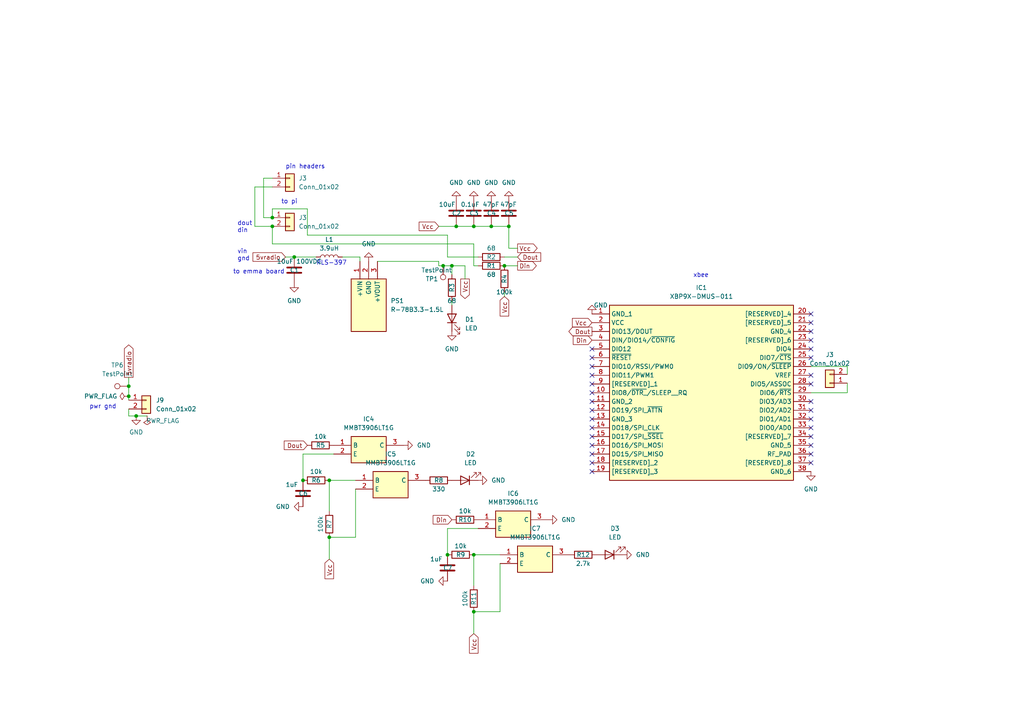
<source format=kicad_sch>
(kicad_sch (version 20230121) (generator eeschema)
  (paper "A4")
  (lib_symbols
    (symbol "Connector:TestPoint" (pin_numbers hide) (pin_names (offset 0.762) hide)
      (property "Reference" "TP" (at 0 6.858 0))
      (property "Value" "TestPoint" (at 0 5.08 0))
      (symbol "TestPoint_0_1"
        (circle (center 0 3.302) (radius 0.762))
      )
      (symbol "TestPoint_1_1"
        (pin passive line (at 0 0 90) (length 2.54) (name "1") (number "1"))
      )
    )
    (symbol "Connector_Generic:Conn_01x02" (pin_names (offset 1.016) hide)
      (property "Reference" "J" (at 0 2.54 0))
      (property "Value" "Conn_01x02" (at 0 -5.08 0))
      (symbol "Conn_01x02_1_1"
        (rectangle (start -1.27 -2.413) (end 0 -2.667) (stroke (width 0.1524)))
        (rectangle (start -1.27 0.127) (end 0 -0.127) (stroke (width 0.1524)))
        (rectangle (start -1.27 1.27) (end 1.27 -3.81) (stroke (width 0.254)) (fill (type background)))
        (pin passive line (at -5.08 0 0) (length 3.81) (name "Pin_1") (number "1"))
        (pin passive line (at -5.08 -2.54 0) (length 3.81) (name "Pin_2") (number "2"))
      )
    )
    (symbol "Device:C" (pin_numbers hide) (pin_names (offset 0.254))
      (property "Reference" "C" (at 0.635 2.54 0))
      (property "Value" "C" (at 0.635 -2.54 0))
      (symbol "C_0_1"
        (polyline (pts (xy -2.032 -0.762) (xy 2.032 -0.762)) (stroke (width 0.508)))
        (polyline (pts (xy -2.032 0.762) (xy 2.032 0.762)) (stroke (width 0.508)))
      )
      (symbol "C_1_1"
        (pin passive line (at 0 3.81 270) (length 2.794) (name "~") (number "1"))
        (pin passive line (at 0 -3.81 90) (length 2.794) (name "~") (number "2"))
      )
    )
    (symbol "Device:L" (pin_numbers hide) (pin_names (offset 1.016) hide)
      (property "Reference" "L" (at -1.27 0 90))
      (property "Value" "L" (at 1.905 0 90))
      (symbol "L_0_1"
        (arc (start 0 -2.54) (mid 0.6323 -1.905) (end 0 -1.27))
        (arc (start 0 -1.27) (mid 0.6323 -0.635) (end 0 0))
        (arc (start 0 0) (mid 0.6323 0.635) (end 0 1.27))
        (arc (start 0 1.27) (mid 0.6323 1.905) (end 0 2.54))
      )
      (symbol "L_1_1"
        (pin passive line (at 0 3.81 270) (length 1.27) (name "1") (number "1"))
        (pin passive line (at 0 -3.81 90) (length 1.27) (name "2") (number "2"))
      )
    )
    (symbol "Device:LED" (pin_numbers hide) (pin_names (offset 1.016) hide)
      (property "Reference" "D" (at 0 2.54 0))
      (property "Value" "LED" (at 0 -2.54 0))
      (symbol "LED_0_1"
        (polyline (pts (xy -1.27 -1.27) (xy -1.27 1.27)) (stroke (width 0.254)))
        (polyline (pts (xy -1.27 0) (xy 1.27 0)))
        (polyline (pts (xy 1.27 -1.27) (xy 1.27 1.27) (xy -1.27 0) (xy 1.27 -1.27)) (stroke (width 0.254)))
        (polyline (pts (xy -3.048 -0.762) (xy -4.572 -2.286) (xy -3.81 -2.286) (xy -4.572 -2.286) (xy -4.572 -1.524)))
        (polyline (pts (xy -1.778 -0.762) (xy -3.302 -2.286) (xy -2.54 -2.286) (xy -3.302 -2.286) (xy -3.302 -1.524)))
      )
      (symbol "LED_1_1"
        (pin passive line (at -3.81 0 0) (length 2.54) (name "K") (number "1"))
        (pin passive line (at 3.81 0 180) (length 2.54) (name "A") (number "2"))
      )
    )
    (symbol "Device:R" (pin_numbers hide) (pin_names (offset 0))
      (property "Reference" "R" (at 2.032 0 90))
      (property "Value" "R" (at 0 0 90))
      (symbol "R_0_1"
        (rectangle (start -1.016 -2.54) (end 1.016 2.54) (stroke (width 0.254)))
      )
      (symbol "R_1_1"
        (pin passive line (at 0 3.81 270) (length 1.27) (name "~") (number "1"))
        (pin passive line (at 0 -3.81 90) (length 1.27) (name "~") (number "2"))
      )
    )
    (symbol "power:GND" (power) (pin_names (offset 0))
      (property "Value" "GND" (at 0 -3.81 0))
      (symbol "GND_0_1"
        (polyline (pts (xy 0 0) (xy 0 -1.27) (xy 1.27 -1.27) (xy 0 -2.54) (xy -1.27 -1.27) (xy 0 -1.27)))
      )
      (symbol "GND_1_1"
        (pin power_in line (at 0 0 270) (length 0) hide (name "GND") (number "1"))
      )
    )
    (symbol "power:PWR_FLAG" (power) (pin_numbers hide) (pin_names (offset 0) hide)
      (property "Value" "PWR_FLAG" (at 0 3.81 0))
      (symbol "PWR_FLAG_0_0"
        (pin power_out line (at 0 0 90) (length 0) (name "pwr") (number "1"))
      )
      (symbol "PWR_FLAG_0_1"
        (polyline (pts (xy 0 0) (xy 0 1.27) (xy -1.016 1.905) (xy 0 2.54) (xy 1.016 1.905) (xy 0 1.27)))
      )
    )
    (symbol "radio_module_symbols:MMBT3906LT1G"
      (property "Reference" "IC" (at 16.51 7.62 0))
      (property "Value" "MMBT3906LT1G" (at 16.51 5.08 0))
      (symbol "MMBT3906LT1G_1_1"
        (rectangle (start 5.08 2.54) (end 15.24 -5.08) (stroke (width 0.254)) (fill (type background)))
        (pin passive line (at 0 0 0) (length 5.08) (name "B") (number "1"))
        (pin passive line (at 0 -2.54 0) (length 5.08) (name "E") (number "2"))
        (pin passive line (at 20.32 0 180) (length 5.08) (name "C") (number "3"))
      )
    )
    (symbol "radio_module_symbols:R-78B3.3-1.5L"
      (property "Reference" "PS" (at 21.59 7.62 0))
      (property "Value" "R-78B3.3-1.5L" (at 21.59 5.08 0))
      (symbol "R-78B3.3-1.5L_1_1"
        (rectangle (start 5.08 2.54) (end 20.32 -7.62) (stroke (width 0.254)) (fill (type background)))
        (pin passive line (at 0 -5.08 0) (length 5.08) (name "+VIN") (number "1"))
        (pin passive line (at 0 -2.54 0) (length 5.08) (name "GND") (number "2"))
        (pin passive line (at 0 0 0) (length 5.08) (name "+VOUT") (number "3"))
      )
    )
    (symbol "radio_module_symbols:XBP9X-DMUS-011"
      (property "Reference" "IC" (at 59.69 7.62 0))
      (property "Value" "XBP9X-DMUS-011" (at 59.69 5.08 0))
      (symbol "XBP9X-DMUS-011_1_1"
        (rectangle (start 5.08 2.54) (end 58.42 -48.26) (stroke (width 0.254)) (fill (type background)))
        (pin passive line (at 0 0 0) (length 5.08) (name "GND_1") (number "1"))
        (pin passive line (at 0 -22.86 0) (length 5.08) (name "DIO8/~{DTR_}/SLEEP__RQ") (number "10"))
        (pin passive line (at 0 -25.4 0) (length 5.08) (name "GND_2") (number "11"))
        (pin passive line (at 0 -27.94 0) (length 5.08) (name "DO19/SPI_~{ATTN}") (number "12"))
        (pin passive line (at 0 -30.48 0) (length 5.08) (name "GND_3") (number "13"))
        (pin passive line (at 0 -33.02 0) (length 5.08) (name "DO18/SPI_CLK") (number "14"))
        (pin passive line (at 0 -35.56 0) (length 5.08) (name "DO17/SPI_~{SSEL}") (number "15"))
        (pin passive line (at 0 -38.1 0) (length 5.08) (name "DO16/SPI_MOSI") (number "16"))
        (pin passive line (at 0 -40.64 0) (length 5.08) (name "DO15/SPI_MISO") (number "17"))
        (pin passive line (at 0 -43.18 0) (length 5.08) (name "[RESERVED]_2") (number "18"))
        (pin passive line (at 0 -45.72 0) (length 5.08) (name "[RESERVED]_3") (number "19"))
        (pin passive line (at 0 -2.54 0) (length 5.08) (name "VCC") (number "2"))
        (pin passive line (at 63.5 0 180) (length 5.08) (name "[RESERVED]_4") (number "20"))
        (pin passive line (at 63.5 -2.54 180) (length 5.08) (name "[RESERVED]_5") (number "21"))
        (pin passive line (at 63.5 -5.08 180) (length 5.08) (name "GND_4") (number "22"))
        (pin passive line (at 63.5 -7.62 180) (length 5.08) (name "[RESERVED]_6") (number "23"))
        (pin passive line (at 63.5 -10.16 180) (length 5.08) (name "DIO4") (number "24"))
        (pin passive line (at 63.5 -12.7 180) (length 5.08) (name "DIO7/~{CTS}") (number "25"))
        (pin passive line (at 63.5 -15.24 180) (length 5.08) (name "DIO9/ON/~{SLEEP}") (number "26"))
        (pin passive line (at 63.5 -17.78 180) (length 5.08) (name "VREF") (number "27"))
        (pin passive line (at 63.5 -20.32 180) (length 5.08) (name "DIO5/ASSOC") (number "28"))
        (pin passive line (at 63.5 -22.86 180) (length 5.08) (name "DIO6/~{RTS}") (number "29"))
        (pin passive line (at 0 -5.08 0) (length 5.08) (name "DIO13/DOUT") (number "3"))
        (pin passive line (at 63.5 -25.4 180) (length 5.08) (name "DIO3/AD3") (number "30"))
        (pin passive line (at 63.5 -27.94 180) (length 5.08) (name "DIO2/AD2") (number "31"))
        (pin passive line (at 63.5 -30.48 180) (length 5.08) (name "DIO1/AD1") (number "32"))
        (pin passive line (at 63.5 -33.02 180) (length 5.08) (name "DIO0/AD0") (number "33"))
        (pin passive line (at 63.5 -35.56 180) (length 5.08) (name "[RESERVED]_7") (number "34"))
        (pin passive line (at 63.5 -38.1 180) (length 5.08) (name "GND_5") (number "35"))
        (pin passive line (at 63.5 -40.64 180) (length 5.08) (name "RF_PAD") (number "36"))
        (pin passive line (at 63.5 -43.18 180) (length 5.08) (name "[RESERVED]_8") (number "37"))
        (pin passive line (at 63.5 -45.72 180) (length 5.08) (name "GND_6") (number "38"))
        (pin passive line (at 0 -7.62 0) (length 5.08) (name "DIN/DIO14/~{CONFIG}") (number "4"))
        (pin passive line (at 0 -10.16 0) (length 5.08) (name "DIO12") (number "5"))
        (pin passive line (at 0 -12.7 0) (length 5.08) (name "~{RESET}") (number "6"))
        (pin passive line (at 0 -15.24 0) (length 5.08) (name "DIO10/RSSI/PWM0") (number "7"))
        (pin passive line (at 0 -17.78 0) (length 5.08) (name "DIO11/PWM1") (number "8"))
        (pin passive line (at 0 -20.32 0) (length 5.08) (name "[RESERVED]_1") (number "9"))
      )
    )
  )
  (junction (at 147.574 65.659))
  (junction (at 129.794 160.909))
  (junction (at 78.994 65.659))
  (junction (at 78.994 63.119))
  (junction (at 95.504 155.829))
  (junction (at 128.524 77.089))
  (junction (at 137.414 65.659))
  (junction (at 137.414 160.909))
  (junction (at 37.338 114.935))
  (junction (at 137.414 177.419))
  (junction (at 37.338 112.014))
  (junction (at 142.494 65.659))
  (junction (at 85.344 74.549))
  (junction (at 87.884 139.319))
  (junction (at 132.334 65.659))
  (junction (at 146.304 77.089))
  (junction (at 131.064 77.089))
  (junction (at 39.497 120.65))
  (junction (at 95.504 139.319))
  (no_connect (at 235.204 101.219))
  (no_connect (at 171.704 126.619))
  (no_connect (at 235.204 108.839))
  (no_connect (at 235.204 96.139))
  (no_connect (at 235.204 103.759))
  (no_connect (at 235.204 134.239))
  (no_connect (at 235.204 91.059))
  (no_connect (at 171.704 116.459))
  (no_connect (at 235.204 124.079))
  (no_connect (at 171.704 101.219))
  (no_connect (at 171.704 118.999))
  (no_connect (at 171.704 113.919))
  (no_connect (at 171.704 121.539))
  (no_connect (at 171.704 131.699))
  (no_connect (at 235.204 98.679))
  (no_connect (at 235.204 131.699))
  (no_connect (at 235.204 126.619))
  (no_connect (at 171.704 124.079))
  (no_connect (at 235.204 116.459))
  (no_connect (at 235.204 118.999))
  (no_connect (at 235.204 129.159))
  (no_connect (at 235.204 121.539))
  (no_connect (at 171.704 108.839))
  (no_connect (at 171.704 136.779))
  (no_connect (at 171.704 111.379))
  (no_connect (at 171.704 106.299))
  (no_connect (at 235.204 93.599))
  (no_connect (at 235.204 111.379))
  (no_connect (at 171.704 103.759))
  (no_connect (at 171.704 134.239))
  (no_connect (at 171.704 129.159))
  (wire (pts (xy 129.794 160.909) (xy 129.794 153.289)))
  (wire (pts (xy 103.124 155.829) (xy 95.504 155.829)))
  (wire (pts (xy 85.344 74.549) (xy 91.694 74.549)))
  (wire (pts (xy 95.504 148.209) (xy 95.504 139.319)))
  (wire (pts (xy 78.994 60.579) (xy 78.994 63.119)))
  (wire (pts (xy 89.154 60.579) (xy 78.994 60.579)))
  (wire (pts (xy 103.124 141.859) (xy 103.124 155.829)))
  (wire (pts (xy 95.504 162.179) (xy 95.504 155.829)))
  (wire (pts (xy 129.794 74.549) (xy 138.684 74.549)))
  (wire (pts (xy 89.154 68.199) (xy 89.154 60.579)))
  (wire (pts (xy 76.454 51.689) (xy 78.994 51.689)))
  (wire (pts (xy 146.304 85.979) (xy 146.304 84.709)))
  (wire (pts (xy 87.884 139.319) (xy 87.884 131.699)))
  (wire (pts (xy 146.304 74.549) (xy 150.114 74.549)))
  (wire (pts (xy 131.064 77.089) (xy 131.064 79.629)))
  (wire (pts (xy 235.204 106.299) (xy 245.745 106.299)))
  (wire (pts (xy 128.524 77.089) (xy 131.064 77.089)))
  (wire (pts (xy 137.414 169.799) (xy 137.414 160.909)))
  (wire (pts (xy 99.314 74.549) (xy 104.394 74.549)))
  (wire (pts (xy 137.414 160.909) (xy 145.034 160.909)))
  (wire (pts (xy 145.034 177.419) (xy 137.414 177.419)))
  (wire (pts (xy 104.394 74.549) (xy 104.394 75.819)))
  (wire (pts (xy 129.794 68.199) (xy 129.794 74.549)))
  (wire (pts (xy 131.064 88.519) (xy 131.064 87.249)))
  (wire (pts (xy 127.254 65.659) (xy 132.334 65.659)))
  (wire (pts (xy 131.064 77.089) (xy 134.874 77.089)))
  (wire (pts (xy 129.794 68.199) (xy 89.154 68.199)))
  (wire (pts (xy 245.745 113.919) (xy 245.745 111.125)))
  (wire (pts (xy 137.414 70.739) (xy 137.414 77.089)))
  (wire (pts (xy 73.914 65.659) (xy 73.914 54.229)))
  (wire (pts (xy 150.114 72.009) (xy 147.574 72.009)))
  (wire (pts (xy 37.338 109.474) (xy 37.338 112.014)))
  (wire (pts (xy 127.254 77.089) (xy 128.524 77.089)))
  (wire (pts (xy 137.414 65.659) (xy 142.494 65.659)))
  (wire (pts (xy 109.474 75.819) (xy 127.254 75.819)))
  (wire (pts (xy 78.994 70.739) (xy 137.414 70.739)))
  (wire (pts (xy 127.254 75.819) (xy 127.254 77.089)))
  (wire (pts (xy 132.334 65.659) (xy 137.414 65.659)))
  (wire (pts (xy 235.204 113.919) (xy 245.745 113.919)))
  (wire (pts (xy 73.914 54.229) (xy 78.994 54.229)))
  (wire (pts (xy 76.454 63.119) (xy 76.454 51.689)))
  (wire (pts (xy 39.497 120.65) (xy 42.672 120.65)))
  (wire (pts (xy 82.804 74.549) (xy 85.344 74.549)))
  (wire (pts (xy 134.874 77.089) (xy 134.874 80.899)))
  (wire (pts (xy 37.338 120.65) (xy 39.497 120.65)))
  (wire (pts (xy 37.338 114.935) (xy 37.338 116.078)))
  (wire (pts (xy 137.414 183.769) (xy 137.414 177.419)))
  (wire (pts (xy 137.414 77.089) (xy 138.684 77.089)))
  (wire (pts (xy 87.884 131.699) (xy 96.774 131.699)))
  (wire (pts (xy 78.994 65.659) (xy 73.914 65.659)))
  (wire (pts (xy 146.304 77.089) (xy 150.114 77.089)))
  (wire (pts (xy 145.034 163.449) (xy 145.034 177.419)))
  (wire (pts (xy 95.504 139.319) (xy 103.124 139.319)))
  (wire (pts (xy 37.338 120.65) (xy 37.338 118.618)))
  (wire (pts (xy 245.745 106.299) (xy 245.745 108.585)))
  (wire (pts (xy 129.794 153.289) (xy 138.684 153.289)))
  (wire (pts (xy 147.574 72.009) (xy 147.574 65.659)))
  (wire (pts (xy 142.494 65.659) (xy 147.574 65.659)))
  (wire (pts (xy 37.338 112.014) (xy 37.338 114.935)))
  (wire (pts (xy 78.994 63.119) (xy 76.454 63.119)))
  (wire (pts (xy 78.994 70.739) (xy 78.994 65.659)))
  (text "to emma board" (at 67.564 79.629 0) (effects (font (size 1.27 1.27)) (justify left bottom)))
  (text "dout\ndin\n\n\nvin\ngnd" (at 68.834 75.819 0) (effects (font (size 1.27 1.27)) (justify left bottom)))
  (text "RLS-397" (at 91.694 77.089 0) (effects (font (size 1.27 1.27)) (justify left bottom)))
  (text "pin headers" (at 82.804 49.149 0) (effects (font (size 1.27 1.27)) (justify left bottom)))
  (text "pwr gnd\n" (at 25.908 118.745 0) (effects (font (size 1.27 1.27)) (justify left bottom)))
  (text "to pi" (at 81.534 59.309 0) (effects (font (size 1.27 1.27)) (justify left bottom)))
  (text "xbee" (at 201.041 80.645 0) (effects (font (size 1.27 1.27)) (justify left bottom)))
  (global_label "Dout" (shape input) (at 150.114 74.549 0) (property "Intersheetrefs" "${INTERSHEET_REFS}" (effects hide)))
  (global_label "Dout" (shape output) (at 171.704 96.139 180) (property "Intersheetrefs" "${INTERSHEET_REFS}" (effects hide)))
  (global_label "Din" (shape input) (at 131.064 150.749 180) (property "Intersheetrefs" "${INTERSHEET_REFS}" (effects hide)))
  (global_label "Vcc" (shape input) (at 171.704 93.599 180) (property "Intersheetrefs" "${INTERSHEET_REFS}" (effects hide)))
  (global_label "5vradio" (shape input) (at 82.804 74.549 180) (property "Intersheetrefs" "${INTERSHEET_REFS}" (effects hide)))
  (global_label "Vcc" (shape input) (at 146.304 85.979 270) (property "Intersheetrefs" "${INTERSHEET_REFS}" (effects hide)))
  (global_label "Din" (shape input) (at 171.704 98.679 180) (property "Intersheetrefs" "${INTERSHEET_REFS}" (effects hide)))
  (global_label "Vcc" (shape input) (at 95.504 162.179 270) (property "Intersheetrefs" "${INTERSHEET_REFS}" (effects hide)))
  (global_label "Vcc" (shape input) (at 137.414 183.769 270) (property "Intersheetrefs" "${INTERSHEET_REFS}" (effects hide)))
  (global_label "Dout" (shape input) (at 89.154 129.159 180) (property "Intersheetrefs" "${INTERSHEET_REFS}" (effects hide)))
  (global_label "Vcc" (shape output) (at 134.874 80.899 270) (property "Intersheetrefs" "${INTERSHEET_REFS}" (effects hide)))
  (global_label "Din" (shape output) (at 150.114 77.089 0) (property "Intersheetrefs" "${INTERSHEET_REFS}" (effects hide)))
  (global_label "Vcc" (shape input) (at 127.254 65.659 180) (property "Intersheetrefs" "${INTERSHEET_REFS}" (effects hide)))
  (global_label "5vradio" (shape output) (at 37.338 109.474 90) (property "Intersheetrefs" "${INTERSHEET_REFS}" (effects hide)))
  (global_label "Vcc" (shape output) (at 150.114 72.009 0) (property "Intersheetrefs" "${INTERSHEET_REFS}" (effects hide)))
  (symbol (lib_id "Device:C") (at 147.574 61.849 0) (unit 1)
    (property "Reference" "C5" (at 146.304 61.849 0) (effects (justify left)))
    (property "Value" "47pF" (at 145.034 59.309 0) (effects (justify left)))
    (property "Footprint" "Capacitor_SMD:C_0603_1608Metric" (effects hide))
    (instances (project "Radio Module" (path "" (reference "C5") (unit 1))) (project "mainbox" (path "" (reference "C29") (unit 1))))
  )
  (symbol (lib_id "power:GND") (at 137.414 58.039 180) (unit 1)
    (property "Reference" "#PWR05" (effects hide))
    (property "Value" "GND" (at 137.414 52.959 0))
    (instances (project "Radio Module" (path "" (reference "#PWR05") (unit 1))) (project "mainbox" (path "" (reference "#PWR091") (unit 1))))
  )
  (symbol (lib_id "Device:R") (at 137.414 173.609 180) (unit 1)
    (property "Reference" "R11" (at 137.414 173.609 90))
    (property "Value" "100k" (at 134.874 173.609 90))
    (property "Footprint" "Resistor_SMD:R_0603_1608Metric" (effects hide))
    (instances (project "Radio Module" (path "" (reference "R11") (unit 1))) (project "mainbox" (path "" (reference "R15") (unit 1))))
  )
  (symbol (lib_id "Connector:TestPoint") (at 37.338 112.014 90) (unit 1)
    (property "Reference" "TP6" (at 34.036 105.918 90))
    (property "Value" "TestPoint" (at 34.036 108.458 90))
    (property "Footprint" "TestPoint:TestPoint_Pad_1.5x1.5mm" (effects hide))
    (instances (project "mainbox" (path "" (reference "TP6") (unit 1)) (path "" (reference "TP10") (unit 1))))
  )
  (symbol (lib_id "Device:R") (at 127.254 139.319 270) (unit 1)
    (property "Reference" "R8" (at 127.254 139.319 90))
    (property "Value" "330" (at 127.254 141.859 90))
    (property "Footprint" "Resistor_SMD:R_1206_3216Metric" (effects hide))
    (instances (project "Radio Module" (path "" (reference "R8") (unit 1))) (project "mainbox" (path "" (reference "R11") (unit 1))))
  )
  (symbol (lib_id "Device:C") (at 87.884 143.129 0) (unit 1)
    (property "Reference" "C6" (at 86.614 143.129 0) (effects (justify left)))
    (property "Value" "1uF" (at 82.804 140.589 0) (effects (justify left)))
    (property "Footprint" "Capacitor_SMD:C_0603_1608Metric" (effects hide))
    (instances (project "Radio Module" (path "" (reference "C6") (unit 1))) (project "mainbox" (path "" (reference "C8") (unit 1))))
  )
  (symbol (lib_id "Device:R") (at 142.494 74.549 90) (unit 1)
    (property "Reference" "R2" (at 142.494 74.549 90))
    (property "Value" "68" (at 142.494 72.009 90))
    (property "Footprint" "Resistor_SMD:R_0603_1608Metric" (effects hide))
    (instances (project "Radio Module" (path "" (reference "R2") (unit 1))) (project "mainbox" (path "" (reference "R16") (unit 1))))
  )
  (symbol (lib_id "power:PWR_FLAG") (at 37.338 114.935 90) (unit 1)
    (property "Reference" "#FLG02" (effects hide))
    (property "Value" "PWR_FLAG" (at 34.036 114.935 90) (effects (justify left)))
    (instances (project "mainbox" (path "" (reference "#FLG02") (unit 1)) (path "" (reference "#FLG03") (unit 1)) (path "" (reference "#FLG07") (unit 1))))
  )
  (symbol (lib_id "radio_module_symbols:MMBT3906LT1G") (at 96.774 129.159 0) (unit 1)
    (property "Reference" "IC4" (at 106.934 121.539 0))
    (property "Value" "MMBT3906LT1G" (at 106.934 124.079 0))
    (property "Footprint" "radio_modulefp:SOT96P237X111-3N" (effects hide))
    (property "Datasheet" "http://www.onsemi.com/pub/Collateral/MMBT3906LT1-D.PDF" (effects hide))
    (property "Height" "1.11" (effects hide))
    (property "Mouser Part Number" "863-MMBT3906LT1G" (effects hide))
    (property "Mouser Price/Stock" "https://www.mouser.co.uk/ProductDetail/onsemi/MMBT3906LT1G?qs=HVbQlW5zcXXO9RcjXx8aQw%3D%3D" (effects hide))
    (property "Manufacturer_Name" "onsemi" (effects hide))
    (property "Manufacturer_Part_Number" "MMBT3906LT1G" (effects hide))
  )
  (symbol (lib_id "Connector_Generic:Conn_01x02") (at 240.665 111.125 180) (unit 1)
    (property "Reference" "J3" (at 240.665 102.87 0))
    (property "Value" "Conn_01x02" (at 240.665 105.41 0))
    (property "Footprint" "Connector_PinHeader_2.54mm:PinHeader_1x02_P2.54mm_Vertical" (effects hide))
    (instances (project "Radio Module" (path "" (reference "J3") (unit 1))) (project "mainbox" (path "" (reference "J9") (unit 1))))
  )
  (symbol (lib_id "Device:C") (at 142.494 61.849 0) (unit 1)
    (property "Reference" "C4" (at 141.224 61.849 0) (effects (justify left)))
    (property "Value" "47pF" (at 139.954 59.309 0) (effects (justify left)))
    (property "Footprint" "Capacitor_SMD:C_0603_1608Metric" (effects hide))
    (instances (project "Radio Module" (path "" (reference "C4") (unit 1))) (project "mainbox" (path "" (reference "C27") (unit 1))))
  )
  (symbol (lib_id "Device:C") (at 132.334 61.849 0) (unit 1)
    (property "Reference" "C2" (at 131.064 61.849 0) (effects (justify left)))
    (property "Value" "10uF" (at 127.254 59.309 0) (effects (justify left)))
    (property "Footprint" "Capacitor_SMD:C_0603_1608Metric" (effects hide))
    (instances (project "Radio Module" (path "" (reference "C2") (unit 1))) (project "mainbox" (path "" (reference "C17") (unit 1))))
  )
  (symbol (lib_id "Device:R") (at 146.304 80.899 180) (unit 1)
    (property "Reference" "R4" (at 146.304 80.899 90))
    (property "Value" "100k" (at 146.304 84.709 0))
    (property "Footprint" "Resistor_SMD:R_0603_1608Metric" (effects hide))
    (instances (project "Radio Module" (path "" (reference "R4") (unit 1))) (project "mainbox" (path "" (reference "R18") (unit 1))))
  )
  (symbol (lib_id "Device:R") (at 95.504 152.019 180) (unit 1)
    (property "Reference" "R7" (at 95.504 152.019 90))
    (property "Value" "100k" (at 92.964 152.019 90))
    (property "Footprint" "Resistor_SMD:R_0603_1608Metric" (effects hide))
    (instances (project "Radio Module" (path "" (reference "R7") (unit 1))) (project "mainbox" (path "" (reference "R10") (unit 1))))
  )
  (symbol (lib_id "Device:C") (at 137.414 61.849 0) (unit 1)
    (property "Reference" "C3" (at 136.144 61.849 0) (effects (justify left)))
    (property "Value" "0.1uF" (at 133.604 59.309 0) (effects (justify left)))
    (property "Footprint" "Capacitor_SMD:C_0603_1608Metric" (effects hide))
    (instances (project "Radio Module" (path "" (reference "C3") (unit 1))) (project "mainbox" (path "" (reference "C25") (unit 1))))
  )
  (symbol (lib_id "Device:C") (at 85.344 78.359 0) (unit 1)
    (property "Reference" "C1" (at 84.074 78.359 0) (effects (justify left)))
    (property "Value" "10uF 100VDC" (at 80.264 75.819 0) (effects (justify left)))
    (property "Footprint" "Capacitor_SMD:C_1210_3225Metric" (effects hide))
    (instances (project "Radio Module" (path "" (reference "C1") (unit 1))) (project "mainbox" (path "" (reference "C3") (unit 1))))
  )
  (symbol (lib_id "power:GND") (at 129.794 168.529 270) (unit 1)
    (property "Reference" "#PWR014" (effects hide))
    (property "Value" "GND" (at 125.984 168.529 90) (effects (justify right)))
    (instances (project "Radio Module" (path "" (reference "#PWR014") (unit 1))) (project "mainbox" (path "" (reference "#PWR088") (unit 1))))
  )
  (symbol (lib_id "power:GND") (at 87.884 146.939 270) (unit 1)
    (property "Reference" "#PWR013" (effects hide))
    (property "Value" "GND" (at 84.074 146.939 90) (effects (justify right)))
    (instances (project "Radio Module" (path "" (reference "#PWR013") (unit 1))) (project "mainbox" (path "" (reference "#PWR085") (unit 1))))
  )
  (symbol (lib_id "power:GND") (at 85.344 82.169 0) (unit 1)
    (property "Reference" "#PWR02" (effects hide))
    (property "Value" "GND" (at 85.344 87.249 0))
    (instances (project "Radio Module" (path "" (reference "#PWR02") (unit 1))) (project "mainbox" (path "" (reference "#PWR084") (unit 1))))
  )
  (symbol (lib_id "Device:L") (at 95.504 74.549 90) (unit 1)
    (property "Reference" "L1" (at 95.504 69.469 90))
    (property "Value" "3.9uH" (at 95.504 72.009 90))
    (property "Footprint" "radio_modulefp:RLS397" (effects hide))
    (instances (project "Radio Module" (path "" (reference "L1") (unit 1))) (project "mainbox" (path "" (reference "L2") (unit 1))))
  )
  (symbol (lib_id "power:PWR_FLAG") (at 42.672 120.65 180) (unit 1)
    (property "Reference" "#FLG01" (effects hide))
    (property "Value" "PWR_FLAG" (at 47.244 122.047 0))
    (instances (project "mainbox" (path "" (reference "#FLG01") (unit 1)) (path "" (reference "#FLG04") (unit 1)) (path "" (reference "#FLG08") (unit 1))))
  )
  (symbol (lib_id "Device:R") (at 142.494 77.089 90) (unit 1)
    (property "Reference" "R1" (at 142.494 77.089 90))
    (property "Value" "68" (at 142.494 79.629 90))
    (property "Footprint" "Resistor_SMD:R_0603_1608Metric" (effects hide))
    (instances (project "Radio Module" (path "" (reference "R1") (unit 1))) (project "mainbox" (path "" (reference "R17") (unit 1))))
  )
  (symbol (lib_id "Device:LED") (at 131.064 92.329 90) (unit 1)
    (property "Reference" "D1" (at 134.874 92.6465 90) (effects (justify right)))
    (property "Value" "LED" (at 134.874 95.1865 90) (effects (justify right)))
    (property "Footprint" "LED_SMD:LED_0603_1608Metric" (effects hide))
    (instances (project "Radio Module" (path "" (reference "D1") (unit 1))) (project "mainbox" (path "" (reference "D2") (unit 1))))
  )
  (symbol (lib_id "power:GND") (at 132.334 58.039 180) (unit 1)
    (property "Reference" "#PWR03" (effects hide))
    (property "Value" "GND" (at 132.334 52.959 0))
    (instances (project "Radio Module" (path "" (reference "#PWR03") (unit 1))) (project "mainbox" (path "" (reference "#PWR090") (unit 1))))
  )
  (symbol (lib_id "power:GND") (at 117.094 129.159 90) (unit 1)
    (property "Reference" "#PWR012" (effects hide))
    (property "Value" "GND" (at 120.904 129.159 90) (effects (justify right)))
    (instances (project "Radio Module" (path "" (reference "#PWR012") (unit 1))) (project "mainbox" (path "" (reference "#PWR087") (unit 1))))
  )
  (symbol (lib_id "power:GND") (at 159.004 150.749 90) (unit 1)
    (property "Reference" "#PWR015" (effects hide))
    (property "Value" "GND" (at 162.814 150.749 90) (effects (justify right)))
    (instances (project "Radio Module" (path "" (reference "#PWR015") (unit 1))) (project "mainbox" (path "" (reference "#PWR095") (unit 1))))
  )
  (symbol (lib_id "power:GND") (at 180.594 160.909 90) (unit 1)
    (property "Reference" "#PWR017" (effects hide))
    (property "Value" "GND" (at 184.404 160.909 90) (effects (justify right)))
    (instances (project "Radio Module" (path "" (reference "#PWR017") (unit 1))) (project "mainbox" (path "" (reference "#PWR098") (unit 1))))
  )
  (symbol (lib_id "radio_module_symbols:MMBT3906LT1G") (at 103.124 139.319 0) (unit 1)
    (property "Reference" "IC5" (at 113.284 131.699 0))
    (property "Value" "MMBT3906LT1G" (at 113.284 134.239 0))
    (property "Footprint" "radio_modulefp:SOT96P237X111-3N" (effects hide))
    (property "Datasheet" "http://www.onsemi.com/pub/Collateral/MMBT3906LT1-D.PDF" (effects hide))
    (property "Height" "1.11" (effects hide))
    (property "Mouser Part Number" "863-MMBT3906LT1G" (effects hide))
    (property "Mouser Price/Stock" "https://www.mouser.co.uk/ProductDetail/onsemi/MMBT3906LT1G?qs=HVbQlW5zcXXO9RcjXx8aQw%3D%3D" (effects hide))
    (property "Manufacturer_Name" "onsemi" (effects hide))
    (property "Manufacturer_Part_Number" "MMBT3906LT1G" (effects hide))
  )
  (symbol (lib_id "Device:R") (at 92.964 129.159 90) (unit 1)
    (property "Reference" "R5" (at 92.964 129.159 90))
    (property "Value" "10k" (at 92.964 126.619 90))
    (property "Footprint" "Resistor_SMD:R_0603_1608Metric" (effects hide))
    (instances (project "Radio Module" (path "" (reference "R5") (unit 1))) (project "mainbox" (path "" (reference "R9") (unit 1))))
  )
  (symbol (lib_id "Device:LED") (at 134.874 139.319 180) (unit 1)
    (property "Reference" "D2" (at 136.4615 131.699 0))
    (property "Value" "LED" (at 136.4615 134.239 0))
    (property "Footprint" "LED_SMD:LED_0603_1608Metric" (effects hide))
    (instances (project "Radio Module" (path "" (reference "D2") (unit 1))) (project "mainbox" (path "" (reference "D3") (unit 1))))
  )
  (symbol (lib_id "Connector_Generic:Conn_01x02") (at 84.074 51.689 0) (unit 1)
    (property "Reference" "J3" (at 86.614 51.689 0) (effects (justify left)))
    (property "Value" "Conn_01x02" (at 86.614 54.229 0) (effects (justify left)))
    (property "Footprint" "Connector_PinHeader_2.54mm:PinHeader_1x02_P2.54mm_Vertical" (effects hide))
    (instances (project "Radio Module" (path "" (reference "J3") (unit 1))) (project "mainbox" (path "" (reference "J5") (unit 1))))
  )
  (symbol (lib_id "power:GND") (at 138.684 139.319 90) (unit 1)
    (property "Reference" "#PWR016" (effects hide))
    (property "Value" "GND" (at 142.494 139.319 90) (effects (justify right)))
    (instances (project "Radio Module" (path "" (reference "#PWR016") (unit 1))) (project "mainbox" (path "" (reference "#PWR092") (unit 1))))
  )
  (symbol (lib_id "radio_module_symbols:R-78B3.3-1.5L") (at 109.474 75.819 270) (unit 1)
    (property "Reference" "PS1" (at 113.284 87.249 90) (effects (justify left)))
    (property "Value" "R-78B3.3-1.5L" (at 113.284 89.789 90) (effects (justify left)))
    (property "Footprint" "radio_modulefp:R78B5015L" (effects hide))
    (property "Datasheet" "https://www.arrow.com/en/products/r-78b3.3-1.5l/recom-power" (effects hide))
    (property "Height" "8" (effects hide))
    (property "Mouser Part Number" "919-R-78B3.3-1.5L" (effects hide))
    (property "Mouser Price/Stock" "https://www.mouser.co.uk/ProductDetail/RECOM-Power/R-78B3.3-1.5L?qs=XF8hdbuHJAXdbZOwcNOS%2FA%3D%3D" (effects hide))
    (property "Manufacturer_Name" "RECOM Power" (effects hide))
    (property "Manufacturer_Part_Number" "R-78B3.3-1.5L" (effects hide))
  )
  (symbol (lib_id "Device:R") (at 131.064 83.439 180) (unit 1)
    (property "Reference" "R3" (at 131.064 83.439 90))
    (property "Value" "68" (at 131.064 87.249 0))
    (property "Footprint" "Resistor_SMD:R_0603_1608Metric" (effects hide))
    (instances (project "Radio Module" (path "" (reference "R3") (unit 1))) (project "mainbox" (path "" (reference "R12") (unit 1))))
  )
  (symbol (lib_id "radio_module_symbols:MMBT3906LT1G") (at 138.684 150.749 0) (unit 1)
    (property "Reference" "IC6" (at 148.844 143.129 0))
    (property "Value" "MMBT3906LT1G" (at 148.844 145.669 0))
    (property "Footprint" "radio_modulefp:SOT96P237X111-3N" (effects hide))
    (property "Datasheet" "http://www.onsemi.com/pub/Collateral/MMBT3906LT1-D.PDF" (effects hide))
    (property "Height" "1.11" (effects hide))
    (property "Mouser Part Number" "863-MMBT3906LT1G" (effects hide))
    (property "Mouser Price/Stock" "https://www.mouser.co.uk/ProductDetail/onsemi/MMBT3906LT1G?qs=HVbQlW5zcXXO9RcjXx8aQw%3D%3D" (effects hide))
    (property "Manufacturer_Name" "onsemi" (effects hide))
    (property "Manufacturer_Part_Number" "MMBT3906LT1G" (effects hide))
  )
  (symbol (lib_id "power:GND") (at 39.497 120.65 0) (unit 1)
    (property "Reference" "#PWR01" (effects hide))
    (property "Value" "GND" (at 39.497 125.349 0))
    (instances (project "mainbox" (path "" (reference "#PWR01") (unit 1)) (path "" (reference "#PWR052") (unit 1)) (path "" (reference "#PWR097") (unit 1))))
  )
  (symbol (lib_id "Connector:TestPoint") (at 128.524 77.089 180) (unit 1)
    (property "Reference" "TP1" (at 123.444 80.899 0) (effects (justify right)))
    (property "Value" "TestPoint" (at 122.174 78.359 0) (effects (justify right)))
    (property "Footprint" "TestPoint:TestPoint_Pad_3.0x3.0mm" (effects hide))
    (instances (project "Radio Module" (path "" (reference "TP1") (unit 1))) (project "mainbox" (path "" (reference "TP9") (unit 1))))
  )
  (symbol (lib_id "Connector_Generic:Conn_01x02") (at 84.074 63.119 0) (unit 1)
    (property "Reference" "J3" (at 86.614 63.119 0) (effects (justify left)))
    (property "Value" "Conn_01x02" (at 86.614 65.659 0) (effects (justify left)))
    (property "Footprint" "Connector_PinHeader_2.54mm:PinHeader_1x02_P2.54mm_Vertical" (effects hide))
    (instances (project "Radio Module" (path "" (reference "J3") (unit 1))) (project "mainbox" (path "" (reference "J8") (unit 1))))
  )
  (symbol (lib_id "radio_module_symbols:XBP9X-DMUS-011") (at 171.704 91.059 0) (unit 1)
    (property "Reference" "IC1" (at 203.454 83.439 0))
    (property "Value" "XBP9X-DMUS-011" (at 203.454 85.979 0))
    (property "Footprint" "radio_modulefp:xbee sx 900" (effects hide))
    (property "Datasheet" "http://www.digi.com/resources/documentation/digidocs/pdfs/90001477.pdf" (effects hide))
    (property "Height" "3.429" (effects hide))
    (property "Mouser Part Number" "888-XBP9X-DMUS-011" (effects hide))
    (property "Mouser Price/Stock" "https://www.mouser.co.uk/ProductDetail/DIGI/XBP9X-DMUS-011?qs=u4fy%2FsgLU9PDEP8%2FPyF26w%3D%3D" (effects hide))
    (property "Manufacturer_Name" "DIGI" (effects hide))
    (property "Manufacturer_Part_Number" "XBP9X-DMUS-011" (effects hide))
    (instances (project "Radio Module" (path "" (reference "IC1") (unit 1))) (project "mainbox" (path "" (reference "IC8") (unit 1))))
  )
  (symbol (lib_id "Device:R") (at 91.694 139.319 90) (unit 1)
    (property "Reference" "R6" (at 91.694 139.319 90))
    (property "Value" "10k" (at 91.694 136.779 90))
    (property "Footprint" "Resistor_SMD:R_0603_1608Metric" (effects hide))
    (instances (project "Radio Module" (path "" (reference "R6") (unit 1))) (project "mainbox" (path "" (reference "R8") (unit 1))))
  )
  (symbol (lib_id "power:GND") (at 147.574 58.039 180) (unit 1)
    (property "Reference" "#PWR07" (effects hide))
    (property "Value" "GND" (at 147.574 52.959 0))
    (instances (project "Radio Module" (path "" (reference "#PWR07") (unit 1))) (project "mainbox" (path "" (reference "#PWR094") (unit 1))))
  )
  (symbol (lib_id "Device:LED") (at 176.784 160.909 180) (unit 1)
    (property "Reference" "D3" (at 178.3715 153.289 0))
    (property "Value" "LED" (at 178.3715 155.829 0))
    (property "Footprint" "LED_SMD:LED_0603_1608Metric" (effects hide))
    (instances (project "Radio Module" (path "" (reference "D3") (unit 1))) (project "mainbox" (path "" (reference "D4") (unit 1))))
  )
  (symbol (lib_id "power:GND") (at 235.204 136.779 0) (unit 1)
    (property "Reference" "#PWR010" (effects hide))
    (property "Value" "GND" (at 235.204 141.859 0))
    (instances (project "Radio Module" (path "" (reference "#PWR010") (unit 1))) (project "mainbox" (path "" (reference "#PWR099") (unit 1))))
  )
  (symbol (lib_id "Device:C") (at 129.794 164.719 0) (unit 1)
    (property "Reference" "C7" (at 128.524 164.719 0) (effects (justify left)))
    (property "Value" "1uF" (at 124.714 162.179 0) (effects (justify left)))
    (property "Footprint" "Capacitor_SMD:C_0603_1608Metric" (effects hide))
    (instances (project "Radio Module" (path "" (reference "C7") (unit 1))) (project "mainbox" (path "" (reference "C10") (unit 1))))
  )
  (symbol (lib_id "power:GND") (at 171.704 91.059 180) (unit 1)
    (property "Reference" "#PWR04" (effects hide))
    (property "Value" "GND" (at 174.244 88.519 0))
    (instances (project "Radio Module" (path "" (reference "#PWR04") (unit 1))) (project "mainbox" (path "" (reference "#PWR096") (unit 1))))
  )
  (symbol (lib_id "power:GND") (at 106.934 75.819 180) (unit 1)
    (property "Reference" "#PWR018" (effects hide))
    (property "Value" "GND" (at 106.934 70.739 0))
    (instances (project "Radio Module" (path "" (reference "#PWR018") (unit 1))) (project "mainbox" (path "" (reference "#PWR086") (unit 1))))
  )
  (symbol (lib_id "Device:R") (at 133.604 160.909 90) (unit 1)
    (property "Reference" "R9" (at 133.604 160.909 90))
    (property "Value" "10k" (at 133.604 158.369 90))
    (property "Footprint" "Resistor_SMD:R_0603_1608Metric" (effects hide))
    (instances (project "Radio Module" (path "" (reference "R9") (unit 1))) (project "mainbox" (path "" (reference "R13") (unit 1))))
  )
  (symbol (lib_id "power:GND") (at 131.064 96.139 0) (unit 1)
    (property "Reference" "#PWR09" (effects hide))
    (property "Value" "GND" (at 131.064 101.219 0))
    (instances (project "Radio Module" (path "" (reference "#PWR09") (unit 1))) (project "mainbox" (path "" (reference "#PWR089") (unit 1))))
  )
  (symbol (lib_id "power:GND") (at 142.494 58.039 180) (unit 1)
    (property "Reference" "#PWR06" (effects hide))
    (property "Value" "GND" (at 142.494 52.959 0))
    (instances (project "Radio Module" (path "" (reference "#PWR06") (unit 1))) (project "mainbox" (path "" (reference "#PWR093") (unit 1))))
  )
  (symbol (lib_id "Device:R") (at 134.874 150.749 90) (unit 1)
    (property "Reference" "R10" (at 134.874 150.749 90))
    (property "Value" "10k" (at 134.874 148.209 90))
    (property "Footprint" "Resistor_SMD:R_0603_1608Metric" (effects hide))
    (instances (project "Radio Module" (path "" (reference "R10") (unit 1))) (project "mainbox" (path "" (reference "R14") (unit 1))))
  )
  (symbol (lib_id "Device:R") (at 169.164 160.909 270) (unit 1)
    (property "Reference" "R12" (at 169.164 160.909 90))
    (property "Value" "2.7k" (at 169.164 163.449 90))
    (property "Footprint" "Resistor_SMD:R_0603_1608Metric" (effects hide))
    (instances (project "Radio Module" (path "" (reference "R12") (unit 1))) (project "mainbox" (path "" (reference "R19") (unit 1))))
  )
  (symbol (lib_id "Connector_Generic:Conn_01x02") (at 42.418 116.078 0) (unit 1)
    (property "Reference" "J9" (at 45.212 116.078 0) (effects (justify left)))
    (property "Value" "Conn_01x02" (at 45.212 118.618 0) (effects (justify left)))
    (property "Footprint" "peripheralio:SMD_picoblade_hori_1x02" (effects hide))
    (instances (project "mainbox" (path "" (reference "J9") (unit 1)) (path "" (reference "J21") (unit 1)) (path "" (reference "J3") (unit 1))))
  )
  (symbol (lib_id "radio_module_symbols:MMBT3906LT1G") (at 145.034 160.909 0) (unit 1)
    (property "Reference" "IC7" (at 155.194 153.289 0))
    (property "Value" "MMBT3906LT1G" (at 155.194 155.829 0))
    (property "Footprint" "radio_modulefp:SOT96P237X111-3N" (effects hide))
    (property "Datasheet" "http://www.onsemi.com/pub/Collateral/MMBT3906LT1-D.PDF" (effects hide))
    (property "Height" "1.11" (effects hide))
    (property "Mouser Part Number" "863-MMBT3906LT1G" (effects hide))
    (property "Mouser Price/Stock" "https://www.mouser.co.uk/ProductDetail/onsemi/MMBT3906LT1G?qs=HVbQlW5zcXXO9RcjXx8aQw%3D%3D" (effects hide))
    (property "Manufacturer_Name" "onsemi" (effects hide))
    (property "Manufacturer_Part_Number" "MMBT3906LT1G" (effects hide))
  )
)
</source>
